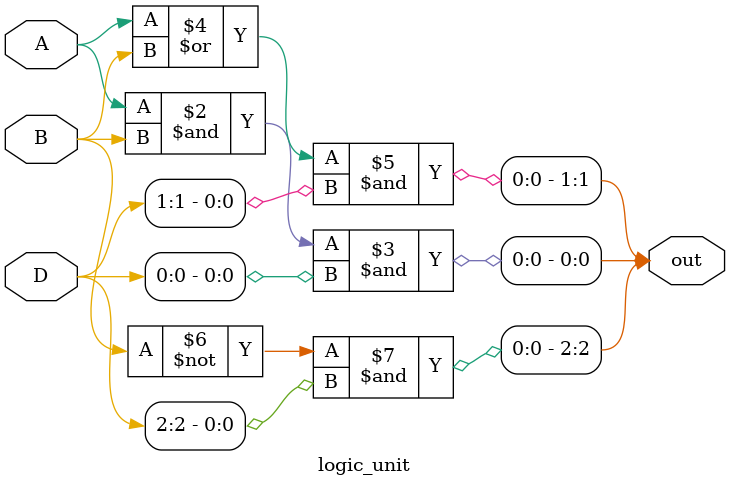
<source format=v>
module logic_unit(A, B, D, out);
	input A, B;
	input [2:0]D;
	output [2:0]out;
	reg [2:0]out;
	
	always @(*) begin
		out[0] = (A & B) & D[0];
		out[1] = (A | B) & D[1];
		out[2] = ~B & D[2];
	end
endmodule
	
</source>
